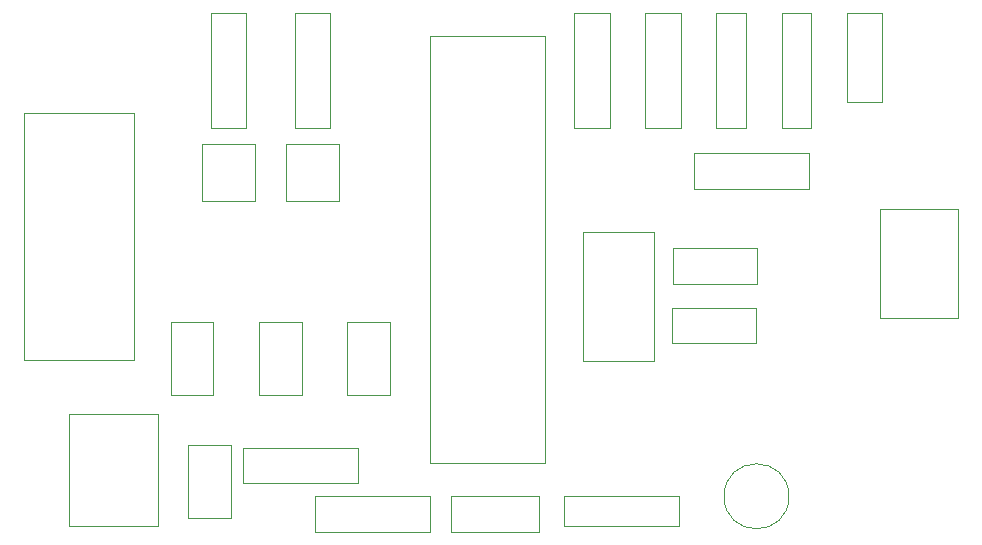
<source format=gbr>
%TF.GenerationSoftware,KiCad,Pcbnew,5.1.4-3.fc30*%
%TF.CreationDate,2019-10-13T14:14:48+02:00*%
%TF.ProjectId,usbasp,75736261-7370-42e6-9b69-6361645f7063,2.0*%
%TF.SameCoordinates,PX36f6758PY6c779b8*%
%TF.FileFunction,Other,User*%
%FSLAX46Y46*%
G04 Gerber Fmt 4.6, Leading zero omitted, Abs format (unit mm)*
G04 Created by KiCad (PCBNEW 5.1.4-3.fc30) date 2019-10-13 14:14:48*
%MOMM*%
%LPD*%
G04 APERTURE LIST*
%ADD10C,0.050000*%
G04 APERTURE END LIST*
D10*
%TO.C,J1*%
X80626400Y19976520D02*
X74026400Y19976520D01*
X74026400Y19976520D02*
X74026400Y29176520D01*
X74026400Y29176520D02*
X80626400Y29176520D01*
X80626400Y29176520D02*
X80626400Y19976520D01*
%TO.C,Y1*%
X48885400Y27268420D02*
X48885400Y16268420D01*
X54885400Y27268420D02*
X48885400Y27268420D01*
X54885400Y16268420D02*
X54885400Y27268420D01*
X48885400Y16268420D02*
X54885400Y16268420D01*
%TO.C,SW1*%
X5633400Y11831120D02*
X12633400Y11831120D01*
X12883400Y11581120D02*
X12883400Y2581120D01*
X12633400Y2331120D02*
X5633400Y2331120D01*
X5383400Y2581120D02*
X5383400Y11581120D01*
X12883400Y2331120D02*
X12883400Y2581120D01*
X12633400Y2331120D02*
X12883400Y2331120D01*
X5383400Y2331120D02*
X5383400Y2581120D01*
X5633400Y2331120D02*
X5383400Y2331120D01*
X5383400Y11831120D02*
X5633400Y11831120D01*
X5383400Y11581120D02*
X5383400Y11831120D01*
X12883400Y11831120D02*
X12633400Y11831120D01*
X12883400Y11581120D02*
X12883400Y11831120D01*
%TO.C,C1*%
X56373400Y20834520D02*
X56373400Y17834520D01*
X56373400Y17834520D02*
X63473400Y17834520D01*
X63473400Y17834520D02*
X63473400Y20834520D01*
X63473400Y20834520D02*
X56373400Y20834520D01*
%TO.C,C2*%
X63584400Y25868720D02*
X56484400Y25868720D01*
X63584400Y22868720D02*
X63584400Y25868720D01*
X56484400Y22868720D02*
X63584400Y22868720D01*
X56484400Y25868720D02*
X56484400Y22868720D01*
%TO.C,C3*%
X71200400Y38246320D02*
X74200400Y38246320D01*
X74200400Y38246320D02*
X74200400Y45746320D01*
X74200400Y45746320D02*
X71200400Y45746320D01*
X71200400Y45746320D02*
X71200400Y38246320D01*
%TO.C,C4*%
X66300400Y4856120D02*
G75*
G03X66300400Y4856120I-2750000J0D01*
G01*
%TO.C,C5*%
X37662400Y1856120D02*
X45162400Y1856120D01*
X37662400Y4856120D02*
X37662400Y1856120D01*
X45162400Y4856120D02*
X37662400Y4856120D01*
X45162400Y1856120D02*
X45162400Y4856120D01*
%TO.C,D1*%
X60160400Y45746320D02*
X60160400Y36026320D01*
X62660400Y45746320D02*
X60160400Y45746320D01*
X62660400Y36026320D02*
X62660400Y45746320D01*
X60160400Y36026320D02*
X62660400Y36026320D01*
%TO.C,D2*%
X65680400Y36026320D02*
X68180400Y36026320D01*
X68180400Y36026320D02*
X68180400Y45746320D01*
X68180400Y45746320D02*
X65680400Y45746320D01*
X65680400Y45746320D02*
X65680400Y36026320D01*
%TO.C,D3*%
X16589200Y29825620D02*
X21089200Y29825620D01*
X21089200Y29825620D02*
X21089200Y34675620D01*
X21089200Y34675620D02*
X16589200Y34675620D01*
X16589200Y34675620D02*
X16589200Y29825620D01*
%TO.C,D4*%
X23717200Y34675620D02*
X23717200Y29825620D01*
X28217200Y34675620D02*
X23717200Y34675620D01*
X28217200Y29825620D02*
X28217200Y34675620D01*
X23717200Y29825620D02*
X28217200Y29825620D01*
%TO.C,D5*%
X47260400Y4856120D02*
X47260400Y2356120D01*
X47260400Y2356120D02*
X56980400Y2356120D01*
X56980400Y2356120D02*
X56980400Y4856120D01*
X56980400Y4856120D02*
X47260400Y4856120D01*
%TO.C,J2*%
X19021200Y9161120D02*
X15421200Y9161120D01*
X19021200Y3011120D02*
X19021200Y9161120D01*
X15421200Y3011120D02*
X19021200Y3011120D01*
X15421200Y9161120D02*
X15421200Y3011120D01*
%TO.C,J3*%
X10864900Y37285420D02*
X10864900Y16425420D01*
X10864900Y16425420D02*
X1504900Y16425420D01*
X1504900Y16425420D02*
X1504900Y37285420D01*
X1504900Y37285420D02*
X10864900Y37285420D01*
%TO.C,JP1*%
X13962500Y19590020D02*
X13962500Y13440020D01*
X13962500Y13440020D02*
X17562500Y13440020D01*
X17562500Y13440020D02*
X17562500Y19590020D01*
X17562500Y19590020D02*
X13962500Y19590020D01*
%TO.C,JP2*%
X28898400Y13440020D02*
X32498400Y13440020D01*
X28898400Y19590020D02*
X28898400Y13440020D01*
X32498400Y19590020D02*
X28898400Y19590020D01*
X32498400Y13440020D02*
X32498400Y19590020D01*
%TO.C,JP3*%
X25030500Y13440020D02*
X25030500Y19590020D01*
X25030500Y19590020D02*
X21430500Y19590020D01*
X21430500Y19590020D02*
X21430500Y13440020D01*
X21430500Y13440020D02*
X25030500Y13440020D01*
%TO.C,R1*%
X26178800Y4856120D02*
X26178800Y1856120D01*
X26178800Y1856120D02*
X35898800Y1856120D01*
X35898800Y1856120D02*
X35898800Y4856120D01*
X35898800Y4856120D02*
X26178800Y4856120D01*
%TO.C,R2*%
X48119400Y45746320D02*
X48119400Y36026320D01*
X51119400Y45746320D02*
X48119400Y45746320D01*
X51119400Y36026320D02*
X51119400Y45746320D01*
X48119400Y36026320D02*
X51119400Y36026320D01*
%TO.C,R3*%
X67999400Y33879920D02*
X58279400Y33879920D01*
X67999400Y30879920D02*
X67999400Y33879920D01*
X58279400Y30879920D02*
X67999400Y30879920D01*
X58279400Y33879920D02*
X58279400Y30879920D01*
%TO.C,R4*%
X57139400Y45746320D02*
X54139400Y45746320D01*
X54139400Y45746320D02*
X54139400Y36026320D01*
X54139400Y36026320D02*
X57139400Y36026320D01*
X57139400Y36026320D02*
X57139400Y45746320D01*
%TO.C,R5*%
X20339200Y36026320D02*
X20339200Y45746320D01*
X17339200Y36026320D02*
X20339200Y36026320D01*
X17339200Y45746320D02*
X17339200Y36026320D01*
X20339200Y45746320D02*
X17339200Y45746320D01*
%TO.C,R6*%
X27467200Y45746320D02*
X24467200Y45746320D01*
X24467200Y45746320D02*
X24467200Y36026320D01*
X24467200Y36026320D02*
X27467200Y36026320D01*
X27467200Y36026320D02*
X27467200Y45746320D01*
%TO.C,R7*%
X20057400Y8975120D02*
X20057400Y5975120D01*
X20057400Y5975120D02*
X29777400Y5975120D01*
X29777400Y5975120D02*
X29777400Y8975120D01*
X29777400Y8975120D02*
X20057400Y8975120D01*
%TO.C,U1*%
X45666400Y7711120D02*
X45666400Y43811120D01*
X45666400Y43811120D02*
X35866400Y43811120D01*
X35866400Y43811120D02*
X35866400Y7711120D01*
X35866400Y7711120D02*
X45666400Y7711120D01*
%TD*%
M02*

</source>
